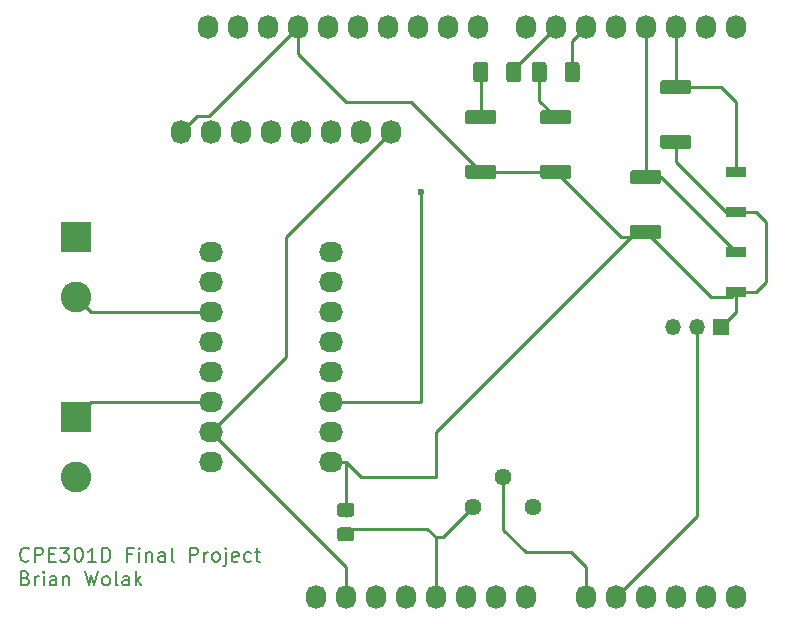
<source format=gbr>
%TF.GenerationSoftware,KiCad,Pcbnew,(5.1.9)-1*%
%TF.CreationDate,2021-05-06T12:27:20-07:00*%
%TF.ProjectId,CPE301D.FINAL,43504533-3031-4442-9e46-494e414c2e6b,rev?*%
%TF.SameCoordinates,Original*%
%TF.FileFunction,Copper,L1,Top*%
%TF.FilePolarity,Positive*%
%FSLAX46Y46*%
G04 Gerber Fmt 4.6, Leading zero omitted, Abs format (unit mm)*
G04 Created by KiCad (PCBNEW (5.1.9)-1) date 2021-05-06 12:27:20*
%MOMM*%
%LPD*%
G01*
G04 APERTURE LIST*
%TA.AperFunction,NonConductor*%
%ADD10C,0.200000*%
%TD*%
%TA.AperFunction,ComponentPad*%
%ADD11C,1.440000*%
%TD*%
%TA.AperFunction,ComponentPad*%
%ADD12C,2.600000*%
%TD*%
%TA.AperFunction,ComponentPad*%
%ADD13R,2.600000X2.600000*%
%TD*%
%TA.AperFunction,ComponentPad*%
%ADD14O,1.727200X2.032000*%
%TD*%
%TA.AperFunction,SMDPad,CuDef*%
%ADD15R,1.700000X0.900000*%
%TD*%
%TA.AperFunction,ComponentPad*%
%ADD16O,2.032000X1.727200*%
%TD*%
%TA.AperFunction,ComponentPad*%
%ADD17O,1.350000X1.350000*%
%TD*%
%TA.AperFunction,ComponentPad*%
%ADD18R,1.350000X1.350000*%
%TD*%
%TA.AperFunction,ViaPad*%
%ADD19C,0.600000*%
%TD*%
%TA.AperFunction,Conductor*%
%ADD20C,0.250000*%
%TD*%
G04 APERTURE END LIST*
D10*
X114639428Y-120713571D02*
X114582285Y-120770714D01*
X114410857Y-120827857D01*
X114296571Y-120827857D01*
X114125142Y-120770714D01*
X114010857Y-120656428D01*
X113953714Y-120542142D01*
X113896571Y-120313571D01*
X113896571Y-120142142D01*
X113953714Y-119913571D01*
X114010857Y-119799285D01*
X114125142Y-119685000D01*
X114296571Y-119627857D01*
X114410857Y-119627857D01*
X114582285Y-119685000D01*
X114639428Y-119742142D01*
X115153714Y-120827857D02*
X115153714Y-119627857D01*
X115610857Y-119627857D01*
X115725142Y-119685000D01*
X115782285Y-119742142D01*
X115839428Y-119856428D01*
X115839428Y-120027857D01*
X115782285Y-120142142D01*
X115725142Y-120199285D01*
X115610857Y-120256428D01*
X115153714Y-120256428D01*
X116353714Y-120199285D02*
X116753714Y-120199285D01*
X116925142Y-120827857D02*
X116353714Y-120827857D01*
X116353714Y-119627857D01*
X116925142Y-119627857D01*
X117325142Y-119627857D02*
X118068000Y-119627857D01*
X117668000Y-120085000D01*
X117839428Y-120085000D01*
X117953714Y-120142142D01*
X118010857Y-120199285D01*
X118068000Y-120313571D01*
X118068000Y-120599285D01*
X118010857Y-120713571D01*
X117953714Y-120770714D01*
X117839428Y-120827857D01*
X117496571Y-120827857D01*
X117382285Y-120770714D01*
X117325142Y-120713571D01*
X118810857Y-119627857D02*
X118925142Y-119627857D01*
X119039428Y-119685000D01*
X119096571Y-119742142D01*
X119153714Y-119856428D01*
X119210857Y-120085000D01*
X119210857Y-120370714D01*
X119153714Y-120599285D01*
X119096571Y-120713571D01*
X119039428Y-120770714D01*
X118925142Y-120827857D01*
X118810857Y-120827857D01*
X118696571Y-120770714D01*
X118639428Y-120713571D01*
X118582285Y-120599285D01*
X118525142Y-120370714D01*
X118525142Y-120085000D01*
X118582285Y-119856428D01*
X118639428Y-119742142D01*
X118696571Y-119685000D01*
X118810857Y-119627857D01*
X120353714Y-120827857D02*
X119668000Y-120827857D01*
X120010857Y-120827857D02*
X120010857Y-119627857D01*
X119896571Y-119799285D01*
X119782285Y-119913571D01*
X119668000Y-119970714D01*
X120868000Y-120827857D02*
X120868000Y-119627857D01*
X121153714Y-119627857D01*
X121325142Y-119685000D01*
X121439428Y-119799285D01*
X121496571Y-119913571D01*
X121553714Y-120142142D01*
X121553714Y-120313571D01*
X121496571Y-120542142D01*
X121439428Y-120656428D01*
X121325142Y-120770714D01*
X121153714Y-120827857D01*
X120868000Y-120827857D01*
X123382285Y-120199285D02*
X122982285Y-120199285D01*
X122982285Y-120827857D02*
X122982285Y-119627857D01*
X123553714Y-119627857D01*
X124010857Y-120827857D02*
X124010857Y-120027857D01*
X124010857Y-119627857D02*
X123953714Y-119685000D01*
X124010857Y-119742142D01*
X124068000Y-119685000D01*
X124010857Y-119627857D01*
X124010857Y-119742142D01*
X124582285Y-120027857D02*
X124582285Y-120827857D01*
X124582285Y-120142142D02*
X124639428Y-120085000D01*
X124753714Y-120027857D01*
X124925142Y-120027857D01*
X125039428Y-120085000D01*
X125096571Y-120199285D01*
X125096571Y-120827857D01*
X126182285Y-120827857D02*
X126182285Y-120199285D01*
X126125142Y-120085000D01*
X126010857Y-120027857D01*
X125782285Y-120027857D01*
X125668000Y-120085000D01*
X126182285Y-120770714D02*
X126068000Y-120827857D01*
X125782285Y-120827857D01*
X125668000Y-120770714D01*
X125610857Y-120656428D01*
X125610857Y-120542142D01*
X125668000Y-120427857D01*
X125782285Y-120370714D01*
X126068000Y-120370714D01*
X126182285Y-120313571D01*
X126925142Y-120827857D02*
X126810857Y-120770714D01*
X126753714Y-120656428D01*
X126753714Y-119627857D01*
X128296571Y-120827857D02*
X128296571Y-119627857D01*
X128753714Y-119627857D01*
X128868000Y-119685000D01*
X128925142Y-119742142D01*
X128982285Y-119856428D01*
X128982285Y-120027857D01*
X128925142Y-120142142D01*
X128868000Y-120199285D01*
X128753714Y-120256428D01*
X128296571Y-120256428D01*
X129496571Y-120827857D02*
X129496571Y-120027857D01*
X129496571Y-120256428D02*
X129553714Y-120142142D01*
X129610857Y-120085000D01*
X129725142Y-120027857D01*
X129839428Y-120027857D01*
X130410857Y-120827857D02*
X130296571Y-120770714D01*
X130239428Y-120713571D01*
X130182285Y-120599285D01*
X130182285Y-120256428D01*
X130239428Y-120142142D01*
X130296571Y-120085000D01*
X130410857Y-120027857D01*
X130582285Y-120027857D01*
X130696571Y-120085000D01*
X130753714Y-120142142D01*
X130810857Y-120256428D01*
X130810857Y-120599285D01*
X130753714Y-120713571D01*
X130696571Y-120770714D01*
X130582285Y-120827857D01*
X130410857Y-120827857D01*
X131325142Y-120027857D02*
X131325142Y-121056428D01*
X131268000Y-121170714D01*
X131153714Y-121227857D01*
X131096571Y-121227857D01*
X131325142Y-119627857D02*
X131268000Y-119685000D01*
X131325142Y-119742142D01*
X131382285Y-119685000D01*
X131325142Y-119627857D01*
X131325142Y-119742142D01*
X132353714Y-120770714D02*
X132239428Y-120827857D01*
X132010857Y-120827857D01*
X131896571Y-120770714D01*
X131839428Y-120656428D01*
X131839428Y-120199285D01*
X131896571Y-120085000D01*
X132010857Y-120027857D01*
X132239428Y-120027857D01*
X132353714Y-120085000D01*
X132410857Y-120199285D01*
X132410857Y-120313571D01*
X131839428Y-120427857D01*
X133439428Y-120770714D02*
X133325142Y-120827857D01*
X133096571Y-120827857D01*
X132982285Y-120770714D01*
X132925142Y-120713571D01*
X132868000Y-120599285D01*
X132868000Y-120256428D01*
X132925142Y-120142142D01*
X132982285Y-120085000D01*
X133096571Y-120027857D01*
X133325142Y-120027857D01*
X133439428Y-120085000D01*
X133782285Y-120027857D02*
X134239428Y-120027857D01*
X133953714Y-119627857D02*
X133953714Y-120656428D01*
X134010857Y-120770714D01*
X134125142Y-120827857D01*
X134239428Y-120827857D01*
X114353714Y-122199285D02*
X114525142Y-122256428D01*
X114582285Y-122313571D01*
X114639428Y-122427857D01*
X114639428Y-122599285D01*
X114582285Y-122713571D01*
X114525142Y-122770714D01*
X114410857Y-122827857D01*
X113953714Y-122827857D01*
X113953714Y-121627857D01*
X114353714Y-121627857D01*
X114468000Y-121685000D01*
X114525142Y-121742142D01*
X114582285Y-121856428D01*
X114582285Y-121970714D01*
X114525142Y-122085000D01*
X114468000Y-122142142D01*
X114353714Y-122199285D01*
X113953714Y-122199285D01*
X115153714Y-122827857D02*
X115153714Y-122027857D01*
X115153714Y-122256428D02*
X115210857Y-122142142D01*
X115268000Y-122085000D01*
X115382285Y-122027857D01*
X115496571Y-122027857D01*
X115896571Y-122827857D02*
X115896571Y-122027857D01*
X115896571Y-121627857D02*
X115839428Y-121685000D01*
X115896571Y-121742142D01*
X115953714Y-121685000D01*
X115896571Y-121627857D01*
X115896571Y-121742142D01*
X116982285Y-122827857D02*
X116982285Y-122199285D01*
X116925142Y-122085000D01*
X116810857Y-122027857D01*
X116582285Y-122027857D01*
X116468000Y-122085000D01*
X116982285Y-122770714D02*
X116868000Y-122827857D01*
X116582285Y-122827857D01*
X116468000Y-122770714D01*
X116410857Y-122656428D01*
X116410857Y-122542142D01*
X116468000Y-122427857D01*
X116582285Y-122370714D01*
X116868000Y-122370714D01*
X116982285Y-122313571D01*
X117553714Y-122027857D02*
X117553714Y-122827857D01*
X117553714Y-122142142D02*
X117610857Y-122085000D01*
X117725142Y-122027857D01*
X117896571Y-122027857D01*
X118010857Y-122085000D01*
X118068000Y-122199285D01*
X118068000Y-122827857D01*
X119439428Y-121627857D02*
X119725142Y-122827857D01*
X119953714Y-121970714D01*
X120182285Y-122827857D01*
X120468000Y-121627857D01*
X121096571Y-122827857D02*
X120982285Y-122770714D01*
X120925142Y-122713571D01*
X120868000Y-122599285D01*
X120868000Y-122256428D01*
X120925142Y-122142142D01*
X120982285Y-122085000D01*
X121096571Y-122027857D01*
X121268000Y-122027857D01*
X121382285Y-122085000D01*
X121439428Y-122142142D01*
X121496571Y-122256428D01*
X121496571Y-122599285D01*
X121439428Y-122713571D01*
X121382285Y-122770714D01*
X121268000Y-122827857D01*
X121096571Y-122827857D01*
X122182285Y-122827857D02*
X122068000Y-122770714D01*
X122010857Y-122656428D01*
X122010857Y-121627857D01*
X123153714Y-122827857D02*
X123153714Y-122199285D01*
X123096571Y-122085000D01*
X122982285Y-122027857D01*
X122753714Y-122027857D01*
X122639428Y-122085000D01*
X123153714Y-122770714D02*
X123039428Y-122827857D01*
X122753714Y-122827857D01*
X122639428Y-122770714D01*
X122582285Y-122656428D01*
X122582285Y-122542142D01*
X122639428Y-122427857D01*
X122753714Y-122370714D01*
X123039428Y-122370714D01*
X123153714Y-122313571D01*
X123725142Y-122827857D02*
X123725142Y-121627857D01*
X123839428Y-122370714D02*
X124182285Y-122827857D01*
X124182285Y-122027857D02*
X123725142Y-122485000D01*
D11*
%TO.P,RV1,3*%
%TO.N,GND*%
X157378000Y-116205000D03*
%TO.P,RV1,2*%
%TO.N,/PC0*%
X154838000Y-113665000D03*
%TO.P,RV1,1*%
%TO.N,+5V*%
X152298000Y-116205000D03*
%TD*%
%TO.P,C1,2*%
%TO.N,GND*%
%TA.AperFunction,SMDPad,CuDef*%
G36*
G01*
X141953000Y-117025000D02*
X141003000Y-117025000D01*
G75*
G02*
X140753000Y-116775000I0J250000D01*
G01*
X140753000Y-116100000D01*
G75*
G02*
X141003000Y-115850000I250000J0D01*
G01*
X141953000Y-115850000D01*
G75*
G02*
X142203000Y-116100000I0J-250000D01*
G01*
X142203000Y-116775000D01*
G75*
G02*
X141953000Y-117025000I-250000J0D01*
G01*
G37*
%TD.AperFunction*%
%TO.P,C1,1*%
%TO.N,+5V*%
%TA.AperFunction,SMDPad,CuDef*%
G36*
G01*
X141953000Y-119100000D02*
X141003000Y-119100000D01*
G75*
G02*
X140753000Y-118850000I0J250000D01*
G01*
X140753000Y-118175000D01*
G75*
G02*
X141003000Y-117925000I250000J0D01*
G01*
X141953000Y-117925000D01*
G75*
G02*
X142203000Y-118175000I0J-250000D01*
G01*
X142203000Y-118850000D01*
G75*
G02*
X141953000Y-119100000I-250000J0D01*
G01*
G37*
%TD.AperFunction*%
%TD*%
D12*
%TO.P,J2,2*%
%TO.N,Net-(J2-Pad2)*%
X118618000Y-98425000D03*
D13*
%TO.P,J2,1*%
%TO.N,Net-(J2-Pad1)*%
X118618000Y-93345000D03*
%TD*%
D12*
%TO.P,J1,2*%
%TO.N,Net-(J1-Pad2)*%
X118618000Y-113665000D03*
D13*
%TO.P,J1,1*%
%TO.N,Net-(J1-Pad1)*%
X118618000Y-108585000D03*
%TD*%
D14*
%TO.P,P9,8*%
%TO.N,/Vcc*%
X145288000Y-84455000D03*
%TO.P,P9,7*%
%TO.N,/PB2*%
X142748000Y-84455000D03*
%TO.P,P9,6*%
%TO.N,/PB3*%
X140208000Y-84455000D03*
%TO.P,P9,5*%
%TO.N,/PB4*%
X137668000Y-84455000D03*
%TO.P,P9,4*%
%TO.N,/PB5*%
X135128000Y-84455000D03*
%TO.P,P9,3*%
%TO.N,/PC5*%
X132588000Y-84455000D03*
%TO.P,P9,2*%
%TO.N,/PC4*%
X130048000Y-84455000D03*
%TO.P,P9,1*%
%TO.N,GND*%
X127508000Y-84455000D03*
%TD*%
D15*
%TO.P,SW2,2*%
%TO.N,/PD2*%
X174498000Y-87835000D03*
%TO.P,SW2,1*%
%TO.N,GND*%
X174498000Y-91235000D03*
%TD*%
%TO.P,SW1,2*%
%TO.N,/PD3*%
X174498000Y-94615000D03*
%TO.P,SW1,1*%
%TO.N,GND*%
X174498000Y-98015000D03*
%TD*%
%TO.P,R4,2*%
%TO.N,GND*%
%TA.AperFunction,SMDPad,CuDef*%
G36*
G01*
X158183000Y-87197500D02*
X160333000Y-87197500D01*
G75*
G02*
X160583000Y-87447500I0J-250000D01*
G01*
X160583000Y-88172500D01*
G75*
G02*
X160333000Y-88422500I-250000J0D01*
G01*
X158183000Y-88422500D01*
G75*
G02*
X157933000Y-88172500I0J250000D01*
G01*
X157933000Y-87447500D01*
G75*
G02*
X158183000Y-87197500I250000J0D01*
G01*
G37*
%TD.AperFunction*%
%TO.P,R4,1*%
%TO.N,Net-(D2-Pad1)*%
%TA.AperFunction,SMDPad,CuDef*%
G36*
G01*
X158183000Y-82572500D02*
X160333000Y-82572500D01*
G75*
G02*
X160583000Y-82822500I0J-250000D01*
G01*
X160583000Y-83547500D01*
G75*
G02*
X160333000Y-83797500I-250000J0D01*
G01*
X158183000Y-83797500D01*
G75*
G02*
X157933000Y-83547500I0J250000D01*
G01*
X157933000Y-82822500D01*
G75*
G02*
X158183000Y-82572500I250000J0D01*
G01*
G37*
%TD.AperFunction*%
%TD*%
%TO.P,R3,2*%
%TO.N,GND*%
%TA.AperFunction,SMDPad,CuDef*%
G36*
G01*
X151833000Y-87197500D02*
X153983000Y-87197500D01*
G75*
G02*
X154233000Y-87447500I0J-250000D01*
G01*
X154233000Y-88172500D01*
G75*
G02*
X153983000Y-88422500I-250000J0D01*
G01*
X151833000Y-88422500D01*
G75*
G02*
X151583000Y-88172500I0J250000D01*
G01*
X151583000Y-87447500D01*
G75*
G02*
X151833000Y-87197500I250000J0D01*
G01*
G37*
%TD.AperFunction*%
%TO.P,R3,1*%
%TO.N,Net-(D1-Pad1)*%
%TA.AperFunction,SMDPad,CuDef*%
G36*
G01*
X151833000Y-82572500D02*
X153983000Y-82572500D01*
G75*
G02*
X154233000Y-82822500I0J-250000D01*
G01*
X154233000Y-83547500D01*
G75*
G02*
X153983000Y-83797500I-250000J0D01*
G01*
X151833000Y-83797500D01*
G75*
G02*
X151583000Y-83547500I0J250000D01*
G01*
X151583000Y-82822500D01*
G75*
G02*
X151833000Y-82572500I250000J0D01*
G01*
G37*
%TD.AperFunction*%
%TD*%
%TO.P,R2,2*%
%TO.N,/PD2*%
%TA.AperFunction,SMDPad,CuDef*%
G36*
G01*
X170493000Y-81257500D02*
X168343000Y-81257500D01*
G75*
G02*
X168093000Y-81007500I0J250000D01*
G01*
X168093000Y-80282500D01*
G75*
G02*
X168343000Y-80032500I250000J0D01*
G01*
X170493000Y-80032500D01*
G75*
G02*
X170743000Y-80282500I0J-250000D01*
G01*
X170743000Y-81007500D01*
G75*
G02*
X170493000Y-81257500I-250000J0D01*
G01*
G37*
%TD.AperFunction*%
%TO.P,R2,1*%
%TO.N,GND*%
%TA.AperFunction,SMDPad,CuDef*%
G36*
G01*
X170493000Y-85882500D02*
X168343000Y-85882500D01*
G75*
G02*
X168093000Y-85632500I0J250000D01*
G01*
X168093000Y-84907500D01*
G75*
G02*
X168343000Y-84657500I250000J0D01*
G01*
X170493000Y-84657500D01*
G75*
G02*
X170743000Y-84907500I0J-250000D01*
G01*
X170743000Y-85632500D01*
G75*
G02*
X170493000Y-85882500I-250000J0D01*
G01*
G37*
%TD.AperFunction*%
%TD*%
%TO.P,R1,2*%
%TO.N,GND*%
%TA.AperFunction,SMDPad,CuDef*%
G36*
G01*
X165803000Y-92277500D02*
X167953000Y-92277500D01*
G75*
G02*
X168203000Y-92527500I0J-250000D01*
G01*
X168203000Y-93252500D01*
G75*
G02*
X167953000Y-93502500I-250000J0D01*
G01*
X165803000Y-93502500D01*
G75*
G02*
X165553000Y-93252500I0J250000D01*
G01*
X165553000Y-92527500D01*
G75*
G02*
X165803000Y-92277500I250000J0D01*
G01*
G37*
%TD.AperFunction*%
%TO.P,R1,1*%
%TO.N,/PD3*%
%TA.AperFunction,SMDPad,CuDef*%
G36*
G01*
X165803000Y-87652500D02*
X167953000Y-87652500D01*
G75*
G02*
X168203000Y-87902500I0J-250000D01*
G01*
X168203000Y-88627500D01*
G75*
G02*
X167953000Y-88877500I-250000J0D01*
G01*
X165803000Y-88877500D01*
G75*
G02*
X165553000Y-88627500I0J250000D01*
G01*
X165553000Y-87902500D01*
G75*
G02*
X165803000Y-87652500I250000J0D01*
G01*
G37*
%TD.AperFunction*%
%TD*%
D16*
%TO.P,P12,8*%
%TO.N,GND*%
X130048000Y-112395000D03*
%TO.P,P12,7*%
%TO.N,/Vcc*%
X130048000Y-109855000D03*
%TO.P,P12,6*%
%TO.N,Net-(J1-Pad1)*%
X130048000Y-107315000D03*
%TO.P,P12,5*%
%TO.N,Net-(J1-Pad2)*%
X130048000Y-104775000D03*
%TO.P,P12,4*%
%TO.N,Net-(J2-Pad1)*%
X130048000Y-102235000D03*
%TO.P,P12,3*%
%TO.N,Net-(J2-Pad2)*%
X130048000Y-99695000D03*
%TO.P,P12,2*%
%TO.N,Net-(P12-Pad2)*%
X130048000Y-97155000D03*
%TO.P,P12,1*%
%TO.N,Net-(P12-Pad1)*%
X130048000Y-94615000D03*
%TD*%
%TO.P,P11,8*%
%TO.N,GND*%
X140208000Y-112395000D03*
%TO.P,P11,7*%
%TO.N,Net-(P11-Pad7)*%
X140208000Y-109855000D03*
%TO.P,P11,6*%
%TO.N,/PB1*%
X140208000Y-107315000D03*
%TO.P,P11,5*%
%TO.N,/PC2*%
X140208000Y-104775000D03*
%TO.P,P11,4*%
%TO.N,/PC3*%
X140208000Y-102235000D03*
%TO.P,P11,3*%
%TO.N,/PD0*%
X140208000Y-99695000D03*
%TO.P,P11,2*%
%TO.N,Net-(P11-Pad2)*%
X140208000Y-97155000D03*
%TO.P,P11,1*%
%TO.N,Net-(P11-Pad1)*%
X140208000Y-94615000D03*
%TD*%
D17*
%TO.P,P10,3*%
%TO.N,/Vcc*%
X169228000Y-100965000D03*
%TO.P,P10,2*%
%TO.N,/PC1*%
X171228000Y-100965000D03*
D18*
%TO.P,P10,1*%
%TO.N,GND*%
X173228000Y-100965000D03*
%TD*%
%TO.P,D2,2*%
%TO.N,/PD5*%
%TA.AperFunction,SMDPad,CuDef*%
G36*
G01*
X160033000Y-80000000D02*
X160033000Y-78750000D01*
G75*
G02*
X160283000Y-78500000I250000J0D01*
G01*
X161033000Y-78500000D01*
G75*
G02*
X161283000Y-78750000I0J-250000D01*
G01*
X161283000Y-80000000D01*
G75*
G02*
X161033000Y-80250000I-250000J0D01*
G01*
X160283000Y-80250000D01*
G75*
G02*
X160033000Y-80000000I0J250000D01*
G01*
G37*
%TD.AperFunction*%
%TO.P,D2,1*%
%TO.N,Net-(D2-Pad1)*%
%TA.AperFunction,SMDPad,CuDef*%
G36*
G01*
X157233000Y-80000000D02*
X157233000Y-78750000D01*
G75*
G02*
X157483000Y-78500000I250000J0D01*
G01*
X158233000Y-78500000D01*
G75*
G02*
X158483000Y-78750000I0J-250000D01*
G01*
X158483000Y-80000000D01*
G75*
G02*
X158233000Y-80250000I-250000J0D01*
G01*
X157483000Y-80250000D01*
G75*
G02*
X157233000Y-80000000I0J250000D01*
G01*
G37*
%TD.AperFunction*%
%TD*%
%TO.P,D1,2*%
%TO.N,/PD6*%
%TA.AperFunction,SMDPad,CuDef*%
G36*
G01*
X155083000Y-80000000D02*
X155083000Y-78750000D01*
G75*
G02*
X155333000Y-78500000I250000J0D01*
G01*
X156083000Y-78500000D01*
G75*
G02*
X156333000Y-78750000I0J-250000D01*
G01*
X156333000Y-80000000D01*
G75*
G02*
X156083000Y-80250000I-250000J0D01*
G01*
X155333000Y-80250000D01*
G75*
G02*
X155083000Y-80000000I0J250000D01*
G01*
G37*
%TD.AperFunction*%
%TO.P,D1,1*%
%TO.N,Net-(D1-Pad1)*%
%TA.AperFunction,SMDPad,CuDef*%
G36*
G01*
X152283000Y-80000000D02*
X152283000Y-78750000D01*
G75*
G02*
X152533000Y-78500000I250000J0D01*
G01*
X153283000Y-78500000D01*
G75*
G02*
X153533000Y-78750000I0J-250000D01*
G01*
X153533000Y-80000000D01*
G75*
G02*
X153283000Y-80250000I-250000J0D01*
G01*
X152533000Y-80250000D01*
G75*
G02*
X152283000Y-80000000I0J250000D01*
G01*
G37*
%TD.AperFunction*%
%TD*%
D14*
%TO.P,P1,1*%
%TO.N,Net-(P1-Pad1)*%
X138938000Y-123825000D03*
%TO.P,P1,2*%
%TO.N,/Vcc*%
X141478000Y-123825000D03*
%TO.P,P1,3*%
%TO.N,/Reset*%
X144018000Y-123825000D03*
%TO.P,P1,4*%
%TO.N,+3V3*%
X146558000Y-123825000D03*
%TO.P,P1,5*%
%TO.N,+5V*%
X149098000Y-123825000D03*
%TO.P,P1,6*%
%TO.N,GND*%
X151638000Y-123825000D03*
%TO.P,P1,7*%
X154178000Y-123825000D03*
%TO.P,P1,8*%
%TO.N,/Vin*%
X156718000Y-123825000D03*
%TD*%
%TO.P,P2,1*%
%TO.N,/PC0*%
X161798000Y-123825000D03*
%TO.P,P2,2*%
%TO.N,/PC1*%
X164338000Y-123825000D03*
%TO.P,P2,3*%
%TO.N,/PC2*%
X166878000Y-123825000D03*
%TO.P,P2,4*%
%TO.N,/PC3*%
X169418000Y-123825000D03*
%TO.P,P2,5*%
%TO.N,/PC4*%
X171958000Y-123825000D03*
%TO.P,P2,6*%
%TO.N,/PC5*%
X174498000Y-123825000D03*
%TD*%
%TO.P,P3,1*%
%TO.N,/PC5(an)*%
X129794000Y-75565000D03*
%TO.P,P3,2*%
%TO.N,/PC4(an)*%
X132334000Y-75565000D03*
%TO.P,P3,3*%
%TO.N,/AREF*%
X134874000Y-75565000D03*
%TO.P,P3,4*%
%TO.N,GND*%
X137414000Y-75565000D03*
%TO.P,P3,5*%
%TO.N,/PB5*%
X139954000Y-75565000D03*
%TO.P,P3,6*%
%TO.N,/PB4*%
X142494000Y-75565000D03*
%TO.P,P3,7*%
%TO.N,/PB3*%
X145034000Y-75565000D03*
%TO.P,P3,8*%
%TO.N,/PB2*%
X147574000Y-75565000D03*
%TO.P,P3,9*%
%TO.N,/PB1*%
X150114000Y-75565000D03*
%TO.P,P3,10*%
%TO.N,/PB0*%
X152654000Y-75565000D03*
%TD*%
%TO.P,P4,1*%
%TO.N,/PD7*%
X156718000Y-75565000D03*
%TO.P,P4,2*%
%TO.N,/PD6*%
X159258000Y-75565000D03*
%TO.P,P4,3*%
%TO.N,/PD5*%
X161798000Y-75565000D03*
%TO.P,P4,4*%
%TO.N,/PD4*%
X164338000Y-75565000D03*
%TO.P,P4,5*%
%TO.N,/PD3*%
X166878000Y-75565000D03*
%TO.P,P4,6*%
%TO.N,/PD2*%
X169418000Y-75565000D03*
%TO.P,P4,7*%
%TO.N,/PD1(RX)*%
X171958000Y-75565000D03*
%TO.P,P4,8*%
%TO.N,/PD0(TX)*%
X174498000Y-75565000D03*
%TD*%
D19*
%TO.N,/PB1*%
X147828000Y-89535000D03*
%TD*%
D20*
%TO.N,+5V*%
X148368000Y-118015000D02*
X149098000Y-118745000D01*
X141478000Y-118015000D02*
X148368000Y-118015000D01*
X149098000Y-118745000D02*
X149098000Y-123825000D01*
X149758000Y-118745000D02*
X152298000Y-116205000D01*
X149098000Y-118745000D02*
X149758000Y-118745000D01*
%TO.N,GND*%
X136707348Y-75565000D02*
X137414000Y-75565000D01*
X127508000Y-84455000D02*
X127817348Y-84455000D01*
X152908000Y-87810000D02*
X148211990Y-83113990D01*
X129865010Y-83113990D02*
X137414000Y-75565000D01*
X128849010Y-83113990D02*
X129865010Y-83113990D01*
X127508000Y-84455000D02*
X128849010Y-83113990D01*
X152908000Y-87810000D02*
X159258000Y-87810000D01*
X159258000Y-87810000D02*
X159258000Y-88265000D01*
X137414000Y-75565000D02*
X137414000Y-77851000D01*
X137414000Y-77851000D02*
X141478000Y-81915000D01*
X147013000Y-81915000D02*
X148211990Y-83113990D01*
X141478000Y-81915000D02*
X147013000Y-81915000D01*
X149098000Y-113210000D02*
X149098000Y-113665000D01*
X142748000Y-113665000D02*
X141478000Y-112395000D01*
X149098000Y-113665000D02*
X142748000Y-113665000D01*
X141478000Y-116935000D02*
X141478000Y-112395000D01*
X159258000Y-87810000D02*
X164793000Y-93345000D01*
X164793000Y-93345000D02*
X165608000Y-93345000D01*
X166878000Y-92890000D02*
X172413000Y-98425000D01*
X174088000Y-98425000D02*
X174498000Y-98015000D01*
X172413000Y-98425000D02*
X174088000Y-98425000D01*
X174498000Y-99695000D02*
X173228000Y-100965000D01*
X174498000Y-98015000D02*
X174498000Y-99695000D01*
X174498000Y-91235000D02*
X176198000Y-91235000D01*
X176198000Y-91235000D02*
X177038000Y-92075000D01*
X177038000Y-92075000D02*
X177038000Y-97155000D01*
X176178000Y-98015000D02*
X174498000Y-98015000D01*
X177038000Y-97155000D02*
X176178000Y-98015000D01*
X169418000Y-85270000D02*
X169418000Y-86995000D01*
X173658000Y-91235000D02*
X174498000Y-91235000D01*
X169418000Y-86995000D02*
X173658000Y-91235000D01*
X149098000Y-109855000D02*
X165608000Y-93345000D01*
X149098000Y-113665000D02*
X149098000Y-109855000D01*
X141478000Y-112395000D02*
X140208000Y-112395000D01*
%TO.N,/PD6*%
X155708000Y-79115000D02*
X159258000Y-75565000D01*
X155708000Y-79375000D02*
X155708000Y-79115000D01*
%TO.N,Net-(D1-Pad1)*%
X152908000Y-79375000D02*
X152908000Y-83185000D01*
%TO.N,/PD5*%
X160658000Y-76705000D02*
X161798000Y-75565000D01*
X160658000Y-79375000D02*
X160658000Y-76705000D01*
%TO.N,Net-(D2-Pad1)*%
X157858000Y-81785000D02*
X159258000Y-83185000D01*
X157858000Y-79375000D02*
X157858000Y-81785000D01*
%TO.N,Net-(J1-Pad1)*%
X119888000Y-107315000D02*
X118618000Y-108585000D01*
X130048000Y-107315000D02*
X119888000Y-107315000D01*
%TO.N,/Vcc*%
X145288000Y-84455000D02*
X136398000Y-93345000D01*
X136398000Y-103505000D02*
X130048000Y-109855000D01*
X136398000Y-93345000D02*
X136398000Y-103505000D01*
X141478000Y-121285000D02*
X141478000Y-123825000D01*
X130048000Y-109855000D02*
X141478000Y-121285000D01*
%TO.N,/PC0*%
X161798000Y-123825000D02*
X161798000Y-121285000D01*
X161798000Y-121285000D02*
X160528000Y-120015000D01*
X160528000Y-120015000D02*
X156718000Y-120015000D01*
X154838000Y-118135000D02*
X154838000Y-113665000D01*
X156718000Y-120015000D02*
X154838000Y-118135000D01*
%TO.N,/PC1*%
X171228000Y-116935000D02*
X164338000Y-123825000D01*
X171228000Y-100965000D02*
X171228000Y-116935000D01*
%TO.N,/PB5*%
X140208000Y-75819000D02*
X139954000Y-75565000D01*
%TO.N,/PB4*%
X142748000Y-75819000D02*
X142494000Y-75565000D01*
%TO.N,/PB3*%
X145288000Y-75819000D02*
X145034000Y-75565000D01*
%TO.N,/PB2*%
X147828000Y-75819000D02*
X147574000Y-75565000D01*
%TO.N,/PB1*%
X141478000Y-107315000D02*
X147828000Y-107315000D01*
X147828000Y-107315000D02*
X147828000Y-89535000D01*
X147828000Y-89535000D02*
X147828000Y-89535000D01*
X141478000Y-107315000D02*
X140208000Y-107315000D01*
%TO.N,/PD3*%
X166878000Y-75565000D02*
X166878000Y-88265000D01*
X166878000Y-88265000D02*
X168148000Y-88265000D01*
X168148000Y-88265000D02*
X174498000Y-94615000D01*
%TO.N,/PD2*%
X169418000Y-75565000D02*
X169418000Y-80645000D01*
X174498000Y-81915000D02*
X174498000Y-87835000D01*
X173228000Y-80645000D02*
X174498000Y-81915000D01*
X169418000Y-80645000D02*
X173228000Y-80645000D01*
%TO.N,Net-(J2-Pad2)*%
X119888000Y-99695000D02*
X118618000Y-98425000D01*
X130048000Y-99695000D02*
X119888000Y-99695000D01*
%TD*%
M02*

</source>
